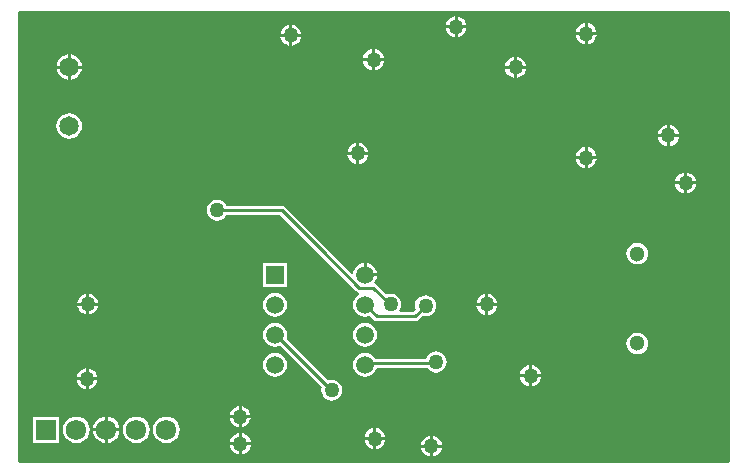
<source format=gbl>
G04*
G04 #@! TF.GenerationSoftware,Altium Limited,Altium Designer,20.2.7 (254)*
G04*
G04 Layer_Physical_Order=2*
G04 Layer_Color=16711680*
%FSLAX43Y43*%
%MOMM*%
G71*
G04*
G04 #@! TF.SameCoordinates,D7959DAF-34B1-44DD-8309-E4C0A0F03333*
G04*
G04*
G04 #@! TF.FilePolarity,Positive*
G04*
G01*
G75*
%ADD16C,0.254*%
%ADD64C,1.500*%
%ADD65R,1.500X1.500*%
%ADD66C,1.300*%
%ADD67C,1.650*%
%ADD68R,1.725X1.725*%
%ADD69C,1.725*%
%ADD70C,1.270*%
G36*
X60000Y0D02*
X0D01*
Y38000D01*
X60000D01*
Y0D01*
D02*
G37*
%LPC*%
G36*
X37106Y37662D02*
Y36909D01*
X37859D01*
X37845Y37014D01*
X37756Y37231D01*
X37613Y37416D01*
X37427Y37559D01*
X37211Y37648D01*
X37106Y37662D01*
D02*
G37*
G36*
X36852D02*
X36747Y37648D01*
X36531Y37559D01*
X36345Y37416D01*
X36202Y37231D01*
X36113Y37014D01*
X36099Y36909D01*
X36852D01*
Y37662D01*
D02*
G37*
G36*
X48130Y37081D02*
Y36328D01*
X48883D01*
X48869Y36433D01*
X48779Y36649D01*
X48637Y36835D01*
X48451Y36978D01*
X48235Y37067D01*
X48130Y37081D01*
D02*
G37*
G36*
X47876D02*
X47771Y37067D01*
X47554Y36978D01*
X47369Y36835D01*
X47226Y36649D01*
X47136Y36433D01*
X47123Y36328D01*
X47876D01*
Y37081D01*
D02*
G37*
G36*
X23116Y36943D02*
Y36190D01*
X23869D01*
X23855Y36295D01*
X23765Y36511D01*
X23623Y36697D01*
X23437Y36839D01*
X23221Y36929D01*
X23116Y36943D01*
D02*
G37*
G36*
X22862D02*
X22757Y36929D01*
X22540Y36839D01*
X22355Y36697D01*
X22212Y36511D01*
X22123Y36295D01*
X22109Y36190D01*
X22862D01*
Y36943D01*
D02*
G37*
G36*
X37859Y36655D02*
X37106D01*
Y35902D01*
X37211Y35916D01*
X37427Y36006D01*
X37613Y36148D01*
X37756Y36334D01*
X37845Y36550D01*
X37859Y36655D01*
D02*
G37*
G36*
X36852D02*
X36099D01*
X36113Y36550D01*
X36202Y36334D01*
X36345Y36148D01*
X36531Y36006D01*
X36747Y35916D01*
X36852Y35902D01*
Y36655D01*
D02*
G37*
G36*
X48883Y36074D02*
X48130D01*
Y35321D01*
X48235Y35335D01*
X48451Y35424D01*
X48637Y35567D01*
X48779Y35753D01*
X48869Y35969D01*
X48883Y36074D01*
D02*
G37*
G36*
X47876D02*
X47123D01*
X47136Y35969D01*
X47226Y35753D01*
X47369Y35567D01*
X47554Y35424D01*
X47771Y35335D01*
X47876Y35321D01*
Y36074D01*
D02*
G37*
G36*
X23869Y35936D02*
X23116D01*
Y35183D01*
X23221Y35196D01*
X23437Y35286D01*
X23623Y35429D01*
X23765Y35614D01*
X23855Y35831D01*
X23869Y35936D01*
D02*
G37*
G36*
X22862D02*
X22109D01*
X22123Y35831D01*
X22212Y35614D01*
X22355Y35429D01*
X22540Y35286D01*
X22757Y35196D01*
X22862Y35183D01*
Y35936D01*
D02*
G37*
G36*
X30127Y34880D02*
Y34127D01*
X30880D01*
X30866Y34232D01*
X30777Y34448D01*
X30634Y34634D01*
X30448Y34777D01*
X30232Y34866D01*
X30127Y34880D01*
D02*
G37*
G36*
X29873D02*
X29768Y34866D01*
X29552Y34777D01*
X29366Y34634D01*
X29223Y34448D01*
X29134Y34232D01*
X29120Y34127D01*
X29873D01*
Y34880D01*
D02*
G37*
G36*
X4365Y34447D02*
Y33502D01*
X5309D01*
X5289Y33657D01*
X5180Y33920D01*
X5007Y34145D01*
X4782Y34318D01*
X4519Y34427D01*
X4365Y34447D01*
D02*
G37*
G36*
X4111D02*
X3956Y34427D01*
X3693Y34318D01*
X3468Y34145D01*
X3295Y33920D01*
X3186Y33657D01*
X3166Y33502D01*
X4111D01*
Y34447D01*
D02*
G37*
G36*
X42140Y34234D02*
Y33481D01*
X42893D01*
X42879Y33586D01*
X42790Y33803D01*
X42647Y33988D01*
X42461Y34131D01*
X42245Y34220D01*
X42140Y34234D01*
D02*
G37*
G36*
X41886D02*
X41781Y34220D01*
X41565Y34131D01*
X41379Y33988D01*
X41236Y33803D01*
X41147Y33586D01*
X41133Y33481D01*
X41886D01*
Y34234D01*
D02*
G37*
G36*
X30880Y33873D02*
X30127D01*
Y33120D01*
X30232Y33134D01*
X30448Y33223D01*
X30634Y33366D01*
X30777Y33552D01*
X30866Y33768D01*
X30880Y33873D01*
D02*
G37*
G36*
X29873D02*
X29120D01*
X29134Y33768D01*
X29223Y33552D01*
X29366Y33366D01*
X29552Y33223D01*
X29768Y33134D01*
X29873Y33120D01*
Y33873D01*
D02*
G37*
G36*
X42893Y33227D02*
X42140D01*
Y32474D01*
X42245Y32488D01*
X42461Y32578D01*
X42647Y32720D01*
X42790Y32906D01*
X42879Y33122D01*
X42893Y33227D01*
D02*
G37*
G36*
X41886D02*
X41133D01*
X41147Y33122D01*
X41236Y32906D01*
X41379Y32720D01*
X41565Y32578D01*
X41781Y32488D01*
X41886Y32474D01*
Y33227D01*
D02*
G37*
G36*
X5309Y33248D02*
X4365D01*
Y32304D01*
X4519Y32324D01*
X4782Y32433D01*
X5007Y32606D01*
X5180Y32831D01*
X5289Y33094D01*
X5309Y33248D01*
D02*
G37*
G36*
X4111D02*
X3166D01*
X3186Y33094D01*
X3295Y32831D01*
X3468Y32606D01*
X3693Y32433D01*
X3956Y32324D01*
X4111Y32304D01*
Y33248D01*
D02*
G37*
G36*
X55078Y28469D02*
Y27716D01*
X55831D01*
X55817Y27821D01*
X55728Y28038D01*
X55585Y28223D01*
X55400Y28366D01*
X55183Y28455D01*
X55078Y28469D01*
D02*
G37*
G36*
X54824D02*
X54719Y28455D01*
X54503Y28366D01*
X54317Y28223D01*
X54175Y28038D01*
X54085Y27821D01*
X54071Y27716D01*
X54824D01*
Y28469D01*
D02*
G37*
G36*
X4238Y29464D02*
X3956Y29427D01*
X3693Y29318D01*
X3468Y29145D01*
X3295Y28920D01*
X3186Y28657D01*
X3149Y28375D01*
X3186Y28094D01*
X3295Y27831D01*
X3468Y27606D01*
X3693Y27433D01*
X3956Y27324D01*
X4238Y27287D01*
X4519Y27324D01*
X4782Y27433D01*
X5007Y27606D01*
X5180Y27831D01*
X5289Y28094D01*
X5326Y28375D01*
X5289Y28657D01*
X5180Y28920D01*
X5007Y29145D01*
X4782Y29318D01*
X4519Y29427D01*
X4238Y29464D01*
D02*
G37*
G36*
X55831Y27462D02*
X55078D01*
Y26709D01*
X55183Y26723D01*
X55400Y26813D01*
X55585Y26955D01*
X55728Y27141D01*
X55817Y27357D01*
X55831Y27462D01*
D02*
G37*
G36*
X54824D02*
X54071D01*
X54085Y27357D01*
X54175Y27141D01*
X54317Y26955D01*
X54503Y26813D01*
X54719Y26723D01*
X54824Y26709D01*
Y27462D01*
D02*
G37*
G36*
X28789Y26944D02*
Y26191D01*
X29542D01*
X29528Y26296D01*
X29438Y26512D01*
X29296Y26698D01*
X29110Y26840D01*
X28894Y26930D01*
X28789Y26944D01*
D02*
G37*
G36*
X28535D02*
X28430Y26930D01*
X28213Y26840D01*
X28028Y26698D01*
X27885Y26512D01*
X27796Y26296D01*
X27782Y26191D01*
X28535D01*
Y26944D01*
D02*
G37*
G36*
X48118Y26580D02*
Y25827D01*
X48871D01*
X48857Y25932D01*
X48767Y26148D01*
X48625Y26334D01*
X48439Y26477D01*
X48223Y26566D01*
X48118Y26580D01*
D02*
G37*
G36*
X47864D02*
X47759Y26566D01*
X47543Y26477D01*
X47357Y26334D01*
X47214Y26148D01*
X47125Y25932D01*
X47111Y25827D01*
X47864D01*
Y26580D01*
D02*
G37*
G36*
X29542Y25937D02*
X28789D01*
Y25184D01*
X28894Y25198D01*
X29110Y25287D01*
X29296Y25430D01*
X29438Y25615D01*
X29528Y25832D01*
X29542Y25937D01*
D02*
G37*
G36*
X28535D02*
X27782D01*
X27796Y25832D01*
X27885Y25615D01*
X28028Y25430D01*
X28213Y25287D01*
X28430Y25198D01*
X28535Y25184D01*
Y25937D01*
D02*
G37*
G36*
X48871Y25573D02*
X48118D01*
Y24820D01*
X48223Y24834D01*
X48439Y24923D01*
X48625Y25066D01*
X48767Y25252D01*
X48857Y25468D01*
X48871Y25573D01*
D02*
G37*
G36*
X47864D02*
X47111D01*
X47125Y25468D01*
X47214Y25252D01*
X47357Y25066D01*
X47543Y24923D01*
X47759Y24834D01*
X47864Y24820D01*
Y25573D01*
D02*
G37*
G36*
X56546Y24436D02*
Y23683D01*
X57299D01*
X57285Y23788D01*
X57196Y24004D01*
X57053Y24190D01*
X56867Y24332D01*
X56651Y24422D01*
X56546Y24436D01*
D02*
G37*
G36*
X56292D02*
X56187Y24422D01*
X55971Y24332D01*
X55785Y24190D01*
X55643Y24004D01*
X55553Y23788D01*
X55539Y23683D01*
X56292D01*
Y24436D01*
D02*
G37*
G36*
X57299Y23429D02*
X56546D01*
Y22676D01*
X56651Y22690D01*
X56867Y22779D01*
X57053Y22922D01*
X57196Y23108D01*
X57285Y23324D01*
X57299Y23429D01*
D02*
G37*
G36*
X56292D02*
X55539D01*
X55553Y23324D01*
X55643Y23108D01*
X55785Y22922D01*
X55971Y22779D01*
X56187Y22690D01*
X56292Y22676D01*
Y23429D01*
D02*
G37*
G36*
X52318Y18479D02*
X52082Y18448D01*
X51862Y18357D01*
X51673Y18212D01*
X51528Y18024D01*
X51437Y17804D01*
X51406Y17568D01*
X51437Y17332D01*
X51528Y17112D01*
X51673Y16923D01*
X51862Y16778D01*
X52082Y16687D01*
X52318Y16656D01*
X52554Y16687D01*
X52774Y16778D01*
X52963Y16923D01*
X53108Y17112D01*
X53199Y17332D01*
X53230Y17568D01*
X53199Y17804D01*
X53108Y18024D01*
X52963Y18212D01*
X52774Y18357D01*
X52554Y18448D01*
X52318Y18479D01*
D02*
G37*
G36*
X29398Y16780D02*
Y15911D01*
X30267D01*
X30250Y16046D01*
X30148Y16290D01*
X29987Y16500D01*
X29778Y16661D01*
X29533Y16762D01*
X29398Y16780D01*
D02*
G37*
G36*
X22655Y16788D02*
X20647D01*
Y14780D01*
X22655D01*
Y16788D01*
D02*
G37*
G36*
X5933Y14185D02*
Y13432D01*
X6685D01*
X6672Y13537D01*
X6582Y13753D01*
X6440Y13939D01*
X6254Y14082D01*
X6038Y14171D01*
X5933Y14185D01*
D02*
G37*
G36*
X5679D02*
X5573Y14171D01*
X5357Y14082D01*
X5172Y13939D01*
X5029Y13753D01*
X4939Y13537D01*
X4926Y13432D01*
X5679D01*
Y14185D01*
D02*
G37*
G36*
X39709Y14162D02*
Y13409D01*
X40462D01*
X40448Y13514D01*
X40359Y13730D01*
X40216Y13916D01*
X40030Y14058D01*
X39814Y14148D01*
X39709Y14162D01*
D02*
G37*
G36*
X39455D02*
X39350Y14148D01*
X39134Y14058D01*
X38948Y13916D01*
X38805Y13730D01*
X38716Y13514D01*
X38702Y13409D01*
X39455D01*
Y14162D01*
D02*
G37*
G36*
X6685Y13178D02*
X5933D01*
Y12425D01*
X6038Y12439D01*
X6254Y12528D01*
X6440Y12671D01*
X6582Y12857D01*
X6672Y13073D01*
X6685Y13178D01*
D02*
G37*
G36*
X5679D02*
X4926D01*
X4939Y13073D01*
X5029Y12857D01*
X5172Y12671D01*
X5357Y12528D01*
X5573Y12439D01*
X5679Y12425D01*
Y13178D01*
D02*
G37*
G36*
X40462Y13155D02*
X39709D01*
Y12402D01*
X39814Y12415D01*
X40030Y12505D01*
X40216Y12648D01*
X40359Y12833D01*
X40448Y13050D01*
X40462Y13155D01*
D02*
G37*
G36*
X39455D02*
X38702D01*
X38716Y13050D01*
X38805Y12833D01*
X38948Y12648D01*
X39134Y12505D01*
X39350Y12415D01*
X39455Y12402D01*
Y13155D01*
D02*
G37*
G36*
X16759Y22155D02*
X16527Y22125D01*
X16311Y22035D01*
X16125Y21893D01*
X15983Y21707D01*
X15893Y21491D01*
X15863Y21259D01*
X15893Y21027D01*
X15983Y20810D01*
X16125Y20625D01*
X16311Y20482D01*
X16527Y20393D01*
X16759Y20362D01*
X16991Y20393D01*
X17208Y20482D01*
X17393Y20625D01*
X17536Y20810D01*
X17561Y20870D01*
X22052D01*
X25202Y17720D01*
X25233Y17673D01*
X28528Y14378D01*
X28654Y14294D01*
X28675Y14290D01*
X28770Y14144D01*
X28765Y14121D01*
X28555Y13960D01*
X28394Y13750D01*
X28293Y13506D01*
X28259Y13244D01*
X28293Y12982D01*
X28394Y12737D01*
X28555Y12528D01*
X28765Y12367D01*
X29009Y12266D01*
X29271Y12231D01*
X29533Y12266D01*
X29651Y12314D01*
X29975Y11991D01*
X30101Y11907D01*
X30250Y11877D01*
X33498D01*
X33646Y11907D01*
X33772Y11991D01*
X34102Y12320D01*
X34162Y12296D01*
X34394Y12265D01*
X34626Y12296D01*
X34842Y12385D01*
X35028Y12528D01*
X35170Y12713D01*
X35260Y12930D01*
X35290Y13162D01*
X35260Y13394D01*
X35170Y13610D01*
X35028Y13796D01*
X34842Y13938D01*
X34626Y14028D01*
X34394Y14058D01*
X34162Y14028D01*
X33945Y13938D01*
X33760Y13796D01*
X33617Y13610D01*
X33528Y13394D01*
X33497Y13162D01*
X33528Y12930D01*
X33552Y12870D01*
X33337Y12654D01*
X32234D01*
X32178Y12768D01*
X32228Y12833D01*
X32317Y13050D01*
X32348Y13282D01*
X32317Y13514D01*
X32228Y13730D01*
X32085Y13916D01*
X31900Y14058D01*
X31683Y14148D01*
X31451Y14178D01*
X31219Y14148D01*
X31084Y14092D01*
X30248Y14928D01*
X30122Y15012D01*
X30107Y15015D01*
X30054Y15155D01*
X30148Y15277D01*
X30250Y15522D01*
X30267Y15657D01*
X29271D01*
Y15784D01*
X29144D01*
Y16780D01*
X29009Y16762D01*
X28765Y16661D01*
X28555Y16500D01*
X28394Y16290D01*
X28293Y16046D01*
X28275Y15909D01*
X28141Y15864D01*
X25814Y18191D01*
X25782Y18238D01*
X22487Y21533D01*
X22361Y21618D01*
X22213Y21647D01*
X17561D01*
X17536Y21707D01*
X17393Y21893D01*
X17208Y22035D01*
X16991Y22125D01*
X16759Y22155D01*
D02*
G37*
G36*
X21651Y14256D02*
X21389Y14222D01*
X21145Y14121D01*
X20935Y13960D01*
X20774Y13750D01*
X20673Y13506D01*
X20639Y13244D01*
X20673Y12982D01*
X20774Y12737D01*
X20935Y12528D01*
X21145Y12367D01*
X21389Y12266D01*
X21651Y12231D01*
X21913Y12266D01*
X22158Y12367D01*
X22367Y12528D01*
X22528Y12737D01*
X22630Y12982D01*
X22664Y13244D01*
X22630Y13506D01*
X22528Y13750D01*
X22367Y13960D01*
X22158Y14121D01*
X21913Y14222D01*
X21651Y14256D01*
D02*
G37*
G36*
X29271Y11716D02*
X29009Y11682D01*
X28765Y11581D01*
X28555Y11420D01*
X28394Y11210D01*
X28293Y10966D01*
X28259Y10704D01*
X28293Y10442D01*
X28394Y10197D01*
X28555Y9988D01*
X28765Y9827D01*
X29009Y9726D01*
X29271Y9691D01*
X29533Y9726D01*
X29778Y9827D01*
X29987Y9988D01*
X30148Y10197D01*
X30250Y10442D01*
X30284Y10704D01*
X30250Y10966D01*
X30148Y11210D01*
X29987Y11420D01*
X29778Y11581D01*
X29533Y11682D01*
X29271Y11716D01*
D02*
G37*
G36*
X52318Y10879D02*
X52082Y10848D01*
X51862Y10757D01*
X51673Y10612D01*
X51528Y10424D01*
X51437Y10204D01*
X51406Y9968D01*
X51437Y9732D01*
X51528Y9512D01*
X51673Y9323D01*
X51862Y9178D01*
X52082Y9087D01*
X52318Y9056D01*
X52554Y9087D01*
X52774Y9178D01*
X52963Y9323D01*
X53108Y9512D01*
X53199Y9732D01*
X53230Y9968D01*
X53199Y10204D01*
X53108Y10424D01*
X52963Y10612D01*
X52774Y10757D01*
X52554Y10848D01*
X52318Y10879D01*
D02*
G37*
G36*
X35280Y9296D02*
X35048Y9266D01*
X34832Y9176D01*
X34646Y9034D01*
X34504Y8848D01*
X34430Y8670D01*
X30148D01*
X30148Y8670D01*
X29987Y8880D01*
X29778Y9041D01*
X29533Y9142D01*
X29271Y9176D01*
X29009Y9142D01*
X28765Y9041D01*
X28555Y8880D01*
X28394Y8670D01*
X28293Y8426D01*
X28259Y8164D01*
X28293Y7902D01*
X28394Y7657D01*
X28555Y7448D01*
X28765Y7287D01*
X29009Y7186D01*
X29271Y7151D01*
X29533Y7186D01*
X29778Y7287D01*
X29987Y7448D01*
X30148Y7657D01*
X30246Y7893D01*
X34548D01*
X34646Y7765D01*
X34832Y7623D01*
X35048Y7533D01*
X35280Y7503D01*
X35512Y7533D01*
X35729Y7623D01*
X35914Y7765D01*
X36057Y7951D01*
X36146Y8167D01*
X36177Y8400D01*
X36146Y8632D01*
X36057Y8848D01*
X35914Y9034D01*
X35729Y9176D01*
X35512Y9266D01*
X35280Y9296D01*
D02*
G37*
G36*
X43419Y8119D02*
Y7366D01*
X44172D01*
X44158Y7471D01*
X44068Y7687D01*
X43926Y7873D01*
X43740Y8016D01*
X43524Y8105D01*
X43419Y8119D01*
D02*
G37*
G36*
X43165D02*
X43060Y8105D01*
X42843Y8016D01*
X42658Y7873D01*
X42515Y7687D01*
X42425Y7471D01*
X42412Y7366D01*
X43165D01*
Y8119D01*
D02*
G37*
G36*
X21651Y9176D02*
X21389Y9142D01*
X21145Y9041D01*
X20935Y8880D01*
X20774Y8670D01*
X20673Y8426D01*
X20639Y8164D01*
X20673Y7902D01*
X20774Y7657D01*
X20935Y7448D01*
X21145Y7287D01*
X21389Y7186D01*
X21651Y7151D01*
X21913Y7186D01*
X22158Y7287D01*
X22367Y7448D01*
X22528Y7657D01*
X22630Y7902D01*
X22664Y8164D01*
X22630Y8426D01*
X22528Y8670D01*
X22367Y8880D01*
X22158Y9041D01*
X21913Y9142D01*
X21651Y9176D01*
D02*
G37*
G36*
X5866Y7858D02*
Y7105D01*
X6619D01*
X6605Y7210D01*
X6515Y7427D01*
X6373Y7612D01*
X6187Y7755D01*
X5971Y7844D01*
X5866Y7858D01*
D02*
G37*
G36*
X5612D02*
X5507Y7844D01*
X5291Y7755D01*
X5105Y7612D01*
X4962Y7427D01*
X4873Y7210D01*
X4859Y7105D01*
X5612D01*
Y7858D01*
D02*
G37*
G36*
X44172Y7112D02*
X43419D01*
Y6359D01*
X43524Y6373D01*
X43740Y6463D01*
X43926Y6605D01*
X44068Y6791D01*
X44158Y7007D01*
X44172Y7112D01*
D02*
G37*
G36*
X43165D02*
X42412D01*
X42425Y7007D01*
X42515Y6791D01*
X42658Y6605D01*
X42843Y6463D01*
X43060Y6373D01*
X43165Y6359D01*
Y7112D01*
D02*
G37*
G36*
X6619Y6851D02*
X5866D01*
Y6098D01*
X5971Y6112D01*
X6187Y6202D01*
X6373Y6344D01*
X6515Y6530D01*
X6605Y6746D01*
X6619Y6851D01*
D02*
G37*
G36*
X5612D02*
X4859D01*
X4873Y6746D01*
X4962Y6530D01*
X5105Y6344D01*
X5291Y6202D01*
X5507Y6112D01*
X5612Y6098D01*
Y6851D01*
D02*
G37*
G36*
X21651Y11716D02*
X21389Y11682D01*
X21145Y11581D01*
X20935Y11420D01*
X20774Y11210D01*
X20673Y10966D01*
X20639Y10704D01*
X20673Y10442D01*
X20774Y10197D01*
X20935Y9988D01*
X21145Y9827D01*
X21389Y9726D01*
X21651Y9691D01*
X21913Y9726D01*
X22072Y9791D01*
X25595Y6269D01*
X25587Y6249D01*
X25556Y6017D01*
X25587Y5785D01*
X25676Y5569D01*
X25819Y5383D01*
X26005Y5241D01*
X26221Y5151D01*
X26453Y5121D01*
X26685Y5151D01*
X26901Y5241D01*
X27087Y5383D01*
X27229Y5569D01*
X27319Y5785D01*
X27350Y6017D01*
X27319Y6249D01*
X27229Y6466D01*
X27087Y6651D01*
X26901Y6794D01*
X26685Y6883D01*
X26453Y6914D01*
X26221Y6883D01*
X26120Y6842D01*
X22598Y10365D01*
X22630Y10442D01*
X22664Y10704D01*
X22630Y10966D01*
X22528Y11210D01*
X22367Y11420D01*
X22158Y11581D01*
X21913Y11682D01*
X21651Y11716D01*
D02*
G37*
G36*
X18829Y4647D02*
Y3894D01*
X19582D01*
X19568Y3999D01*
X19479Y4215D01*
X19336Y4401D01*
X19150Y4543D01*
X18934Y4633D01*
X18829Y4647D01*
D02*
G37*
G36*
X18575D02*
X18470Y4633D01*
X18254Y4543D01*
X18068Y4401D01*
X17926Y4215D01*
X17836Y3999D01*
X17822Y3894D01*
X18575D01*
Y4647D01*
D02*
G37*
G36*
X19582Y3640D02*
X18829D01*
Y2887D01*
X18934Y2901D01*
X19150Y2990D01*
X19336Y3133D01*
X19479Y3318D01*
X19568Y3535D01*
X19582Y3640D01*
D02*
G37*
G36*
X18575D02*
X17822D01*
X17836Y3535D01*
X17926Y3318D01*
X18068Y3133D01*
X18254Y2990D01*
X18470Y2901D01*
X18575Y2887D01*
Y3640D01*
D02*
G37*
G36*
X7485Y3761D02*
Y2778D01*
X8468D01*
X8446Y2943D01*
X8333Y3214D01*
X8154Y3448D01*
X7921Y3626D01*
X7650Y3739D01*
X7485Y3761D01*
D02*
G37*
G36*
X7231D02*
X7067Y3739D01*
X6795Y3626D01*
X6562Y3448D01*
X6383Y3214D01*
X6270Y2943D01*
X6249Y2778D01*
X7231D01*
Y3761D01*
D02*
G37*
G36*
X30237Y2799D02*
Y2046D01*
X30990D01*
X30976Y2151D01*
X30886Y2367D01*
X30744Y2553D01*
X30558Y2696D01*
X30342Y2785D01*
X30237Y2799D01*
D02*
G37*
G36*
X29983D02*
X29878Y2785D01*
X29661Y2696D01*
X29476Y2553D01*
X29333Y2367D01*
X29244Y2151D01*
X29230Y2046D01*
X29983D01*
Y2799D01*
D02*
G37*
G36*
X18853Y2363D02*
Y1610D01*
X19606D01*
X19592Y1715D01*
X19502Y1931D01*
X19360Y2117D01*
X19174Y2259D01*
X18958Y2349D01*
X18853Y2363D01*
D02*
G37*
G36*
X18599D02*
X18494Y2349D01*
X18277Y2259D01*
X18092Y2117D01*
X17949Y1931D01*
X17860Y1715D01*
X17846Y1610D01*
X18599D01*
Y2363D01*
D02*
G37*
G36*
X8468Y2524D02*
X7485D01*
Y1542D01*
X7650Y1563D01*
X7921Y1676D01*
X8154Y1855D01*
X8333Y2088D01*
X8446Y2360D01*
X8468Y2524D01*
D02*
G37*
G36*
X7231D02*
X6249D01*
X6270Y2360D01*
X6383Y2088D01*
X6562Y1855D01*
X6795Y1676D01*
X7067Y1563D01*
X7231Y1542D01*
Y2524D01*
D02*
G37*
G36*
X3395Y3768D02*
X1162D01*
Y1535D01*
X3395D01*
Y3768D01*
D02*
G37*
G36*
X12438Y3777D02*
X12147Y3739D01*
X11875Y3626D01*
X11642Y3448D01*
X11463Y3214D01*
X11350Y2943D01*
X11312Y2651D01*
X11350Y2360D01*
X11463Y2088D01*
X11642Y1855D01*
X11875Y1676D01*
X12147Y1563D01*
X12438Y1525D01*
X12730Y1563D01*
X13001Y1676D01*
X13234Y1855D01*
X13413Y2088D01*
X13526Y2360D01*
X13564Y2651D01*
X13526Y2943D01*
X13413Y3214D01*
X13234Y3448D01*
X13001Y3626D01*
X12730Y3739D01*
X12438Y3777D01*
D02*
G37*
G36*
X9898D02*
X9607Y3739D01*
X9335Y3626D01*
X9102Y3448D01*
X8923Y3214D01*
X8810Y2943D01*
X8772Y2651D01*
X8810Y2360D01*
X8923Y2088D01*
X9102Y1855D01*
X9335Y1676D01*
X9607Y1563D01*
X9898Y1525D01*
X10190Y1563D01*
X10461Y1676D01*
X10694Y1855D01*
X10873Y2088D01*
X10986Y2360D01*
X11024Y2651D01*
X10986Y2943D01*
X10873Y3214D01*
X10694Y3448D01*
X10461Y3626D01*
X10190Y3739D01*
X9898Y3777D01*
D02*
G37*
G36*
X4818D02*
X4527Y3739D01*
X4255Y3626D01*
X4022Y3448D01*
X3843Y3214D01*
X3730Y2943D01*
X3692Y2651D01*
X3730Y2360D01*
X3843Y2088D01*
X4022Y1855D01*
X4255Y1676D01*
X4527Y1563D01*
X4818Y1525D01*
X5110Y1563D01*
X5381Y1676D01*
X5614Y1855D01*
X5793Y2088D01*
X5906Y2360D01*
X5944Y2651D01*
X5906Y2943D01*
X5793Y3214D01*
X5614Y3448D01*
X5381Y3626D01*
X5110Y3739D01*
X4818Y3777D01*
D02*
G37*
G36*
X35014Y2166D02*
Y1413D01*
X35767D01*
X35753Y1518D01*
X35663Y1734D01*
X35521Y1920D01*
X35335Y2062D01*
X35119Y2152D01*
X35014Y2166D01*
D02*
G37*
G36*
X34760D02*
X34655Y2152D01*
X34439Y2062D01*
X34253Y1920D01*
X34110Y1734D01*
X34021Y1518D01*
X34007Y1413D01*
X34760D01*
Y2166D01*
D02*
G37*
G36*
X30990Y1792D02*
X30237D01*
Y1039D01*
X30342Y1053D01*
X30558Y1143D01*
X30744Y1285D01*
X30886Y1471D01*
X30976Y1687D01*
X30990Y1792D01*
D02*
G37*
G36*
X29983D02*
X29230D01*
X29244Y1687D01*
X29333Y1471D01*
X29476Y1285D01*
X29661Y1143D01*
X29878Y1053D01*
X29983Y1039D01*
Y1792D01*
D02*
G37*
G36*
X19606Y1356D02*
X18853D01*
Y603D01*
X18958Y617D01*
X19174Y706D01*
X19360Y849D01*
X19502Y1035D01*
X19592Y1251D01*
X19606Y1356D01*
D02*
G37*
G36*
X18599D02*
X17846D01*
X17860Y1251D01*
X17949Y1035D01*
X18092Y849D01*
X18277Y706D01*
X18494Y617D01*
X18599Y603D01*
Y1356D01*
D02*
G37*
G36*
X35767Y1159D02*
X35014D01*
Y406D01*
X35119Y420D01*
X35335Y509D01*
X35521Y652D01*
X35663Y837D01*
X35753Y1054D01*
X35767Y1159D01*
D02*
G37*
G36*
X34760D02*
X34007D01*
X34021Y1054D01*
X34110Y837D01*
X34253Y652D01*
X34439Y509D01*
X34655Y420D01*
X34760Y406D01*
Y1159D01*
D02*
G37*
%LPD*%
D16*
X30250Y12266D02*
X33498D01*
X34394Y13162D01*
X29271Y13244D02*
X30250Y12266D01*
X26395Y6017D02*
X26453D01*
X21709Y10704D02*
X26395Y6017D01*
X21651Y10704D02*
X21709D01*
X29389Y8282D02*
X35162D01*
X29271Y8164D02*
X29389Y8282D01*
X35162D02*
X35280Y8400D01*
X28803Y14653D02*
X29974D01*
X25508Y17948D02*
X28803Y14653D01*
X25508Y17948D02*
Y17964D01*
X22213Y21259D02*
X25508Y17964D01*
X29974Y14653D02*
X31345Y13282D01*
X31451D01*
X16759Y21259D02*
X22213D01*
X60000Y0D02*
Y38000D01*
X0D02*
X60000D01*
X0Y0D02*
X60000D01*
X0D02*
Y38000D01*
D64*
X29271Y8164D02*
D03*
Y10704D02*
D03*
Y13244D02*
D03*
Y15784D02*
D03*
X21651Y8164D02*
D03*
Y10704D02*
D03*
Y13244D02*
D03*
D65*
Y15784D02*
D03*
D66*
X52318Y17568D02*
D03*
Y9968D02*
D03*
D67*
X4238Y28375D02*
D03*
Y33375D02*
D03*
D68*
X2278Y2651D02*
D03*
D69*
X4818D02*
D03*
X7358D02*
D03*
X9898D02*
D03*
X12438D02*
D03*
D70*
X43292Y7239D02*
D03*
X54951Y27589D02*
D03*
X34394Y13162D02*
D03*
X31451Y13282D02*
D03*
X39582Y13282D02*
D03*
X16759Y21259D02*
D03*
X35280Y8400D02*
D03*
X34887Y1286D02*
D03*
X30110Y1919D02*
D03*
X26453Y6017D02*
D03*
X18726Y1483D02*
D03*
X18702Y3767D02*
D03*
X56419Y23556D02*
D03*
X5739Y6978D02*
D03*
X5806Y13305D02*
D03*
X47991Y25700D02*
D03*
X48003Y36201D02*
D03*
X42013Y33354D02*
D03*
X28662Y26064D02*
D03*
X36979Y36782D02*
D03*
X30000Y34000D02*
D03*
X22989Y36063D02*
D03*
M02*

</source>
